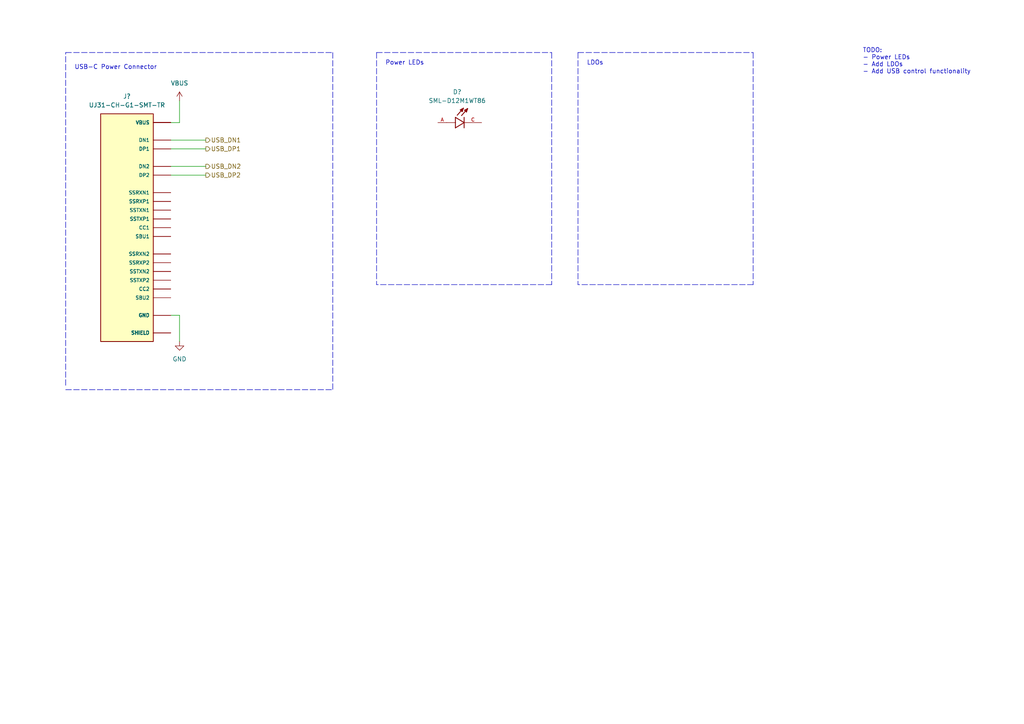
<source format=kicad_sch>
(kicad_sch (version 20211123) (generator eeschema)
  (paper "A4")
  (lib_symbols
    (symbol "SML-D12M1WT86:SML-D12M1WT86" (pin_names (offset 1.016) hide)
      (property "Reference" "D" (at -5.08 5.08 0))
      (property "Value" "SML-D12M1WT86" (at -5.08 -3.81 0))
      (symbol "SML-D12M1WT86_0_0"
        (polyline (pts (xy -2.54 -1.524) (xy 0 0)) (stroke (width 0.254)))
        (polyline (pts (xy -2.54 0) (xy -5.08 0)) (stroke (width 0.1524)))
        (polyline (pts (xy -2.54 0) (xy -2.54 -1.524)) (stroke (width 0.254)))
        (polyline (pts (xy -2.54 1.524) (xy -2.54 0)) (stroke (width 0.254)))
        (polyline (pts (xy -1.1176 3.683) (xy -0.2286 4.1656)) (stroke (width 0.254)))
        (polyline (pts (xy -0.9398 3.6068) (xy -0.7112 3.7592)) (stroke (width 0.254)))
        (polyline (pts (xy -0.5588 3.2004) (xy -1.1176 3.683)) (stroke (width 0.254)))
        (polyline (pts (xy -0.5588 3.2004) (xy -0.5334 3.937)) (stroke (width 0.254)))
        (polyline (pts (xy -0.5334 3.937) (xy -0.6604 3.937)) (stroke (width 0.254)))
        (polyline (pts (xy -0.2286 4.1656) (xy -2.0066 2.1336)) (stroke (width 0.254)))
        (polyline (pts (xy -0.2286 4.1656) (xy -0.5588 3.2004)) (stroke (width 0.254)))
        (polyline (pts (xy 0 0) (xy -2.54 1.524)) (stroke (width 0.254)))
        (polyline (pts (xy 0 1.524) (xy 0 -1.524)) (stroke (width 0.254)))
        (polyline (pts (xy 0.127 3.5814) (xy 1.016 4.064)) (stroke (width 0.254)))
        (polyline (pts (xy 0.3048 3.5052) (xy 0.5334 3.6576)) (stroke (width 0.254)))
        (polyline (pts (xy 0.6858 3.0988) (xy 0.127 3.5814)) (stroke (width 0.254)))
        (polyline (pts (xy 0.6858 3.0988) (xy 0.7112 3.8354)) (stroke (width 0.254)))
        (polyline (pts (xy 0.7112 3.8354) (xy 0.5842 3.8354)) (stroke (width 0.254)))
        (polyline (pts (xy 1.016 4.064) (xy -0.762 2.032)) (stroke (width 0.254)))
        (polyline (pts (xy 1.016 4.064) (xy 0.6858 3.0988)) (stroke (width 0.254)))
        (pin passive line (at -7.62 0 0) (length 2.54) (name "~") (number "A"))
        (pin passive line (at 5.08 0 180) (length 5.08) (name "~") (number "C"))
      )
    )
    (symbol "UJ31-CH-G1-SMT-TR:UJ31-CH-G1-SMT-TR" (pin_numbers hide) (pin_names (offset 1.016))
      (property "Reference" "J" (at -7.62 33.0708 0))
      (property "Value" "UJ31-CH-G1-SMT-TR" (at -7.62 -35.5854 0))
      (symbol "UJ31-CH-G1-SMT-TR_0_0"
        (rectangle (start -7.62 -33.02) (end 7.62 33.02) (stroke (width 0.254)) (fill (type background)))
        (pin power_in line (at 12.7 -25.4 180) (length 5.08) (name "GND") (number "A1"))
        (pin bidirectional line (at 12.7 -7.62 180) (length 5.08) (name "SSRXN2") (number "A10"))
        (pin bidirectional line (at 12.7 -10.16 180) (length 5.08) (name "SSRXP2") (number "A11"))
        (pin power_in line (at 12.7 -25.4 180) (length 5.08) (name "GND") (number "A12"))
        (pin bidirectional line (at 12.7 2.54 180) (length 5.08) (name "SSTXP1") (number "A2"))
        (pin bidirectional line (at 12.7 5.08 180) (length 5.08) (name "SSTXN1") (number "A3"))
        (pin power_in line (at 12.7 30.48 180) (length 5.08) (name "VBUS") (number "A4"))
        (pin bidirectional line (at 12.7 0 180) (length 5.08) (name "CC1") (number "A5"))
        (pin bidirectional line (at 12.7 22.86 180) (length 5.08) (name "DP1") (number "A6"))
        (pin bidirectional line (at 12.7 25.4 180) (length 5.08) (name "DN1") (number "A7"))
        (pin bidirectional line (at 12.7 -2.54 180) (length 5.08) (name "SBU1") (number "A8"))
        (pin power_in line (at 12.7 30.48 180) (length 5.08) (name "VBUS") (number "A9"))
        (pin power_in line (at 12.7 -25.4 180) (length 5.08) (name "GND") (number "B1"))
        (pin bidirectional line (at 12.7 10.16 180) (length 5.08) (name "SSRXN1") (number "B10"))
        (pin bidirectional line (at 12.7 7.62 180) (length 5.08) (name "SSRXP1") (number "B11"))
        (pin power_in line (at 12.7 -25.4 180) (length 5.08) (name "GND") (number "B12"))
        (pin bidirectional line (at 12.7 -15.24 180) (length 5.08) (name "SSTXP2") (number "B2"))
        (pin bidirectional line (at 12.7 -12.7 180) (length 5.08) (name "SSTXN2") (number "B3"))
        (pin power_in line (at 12.7 30.48 180) (length 5.08) (name "VBUS") (number "B4"))
        (pin bidirectional line (at 12.7 -17.78 180) (length 5.08) (name "CC2") (number "B5"))
        (pin bidirectional line (at 12.7 15.24 180) (length 5.08) (name "DP2") (number "B6"))
        (pin bidirectional line (at 12.7 17.78 180) (length 5.08) (name "DN2") (number "B7"))
        (pin bidirectional line (at 12.7 -20.32 180) (length 5.08) (name "SBU2") (number "B8"))
        (pin power_in line (at 12.7 30.48 180) (length 5.08) (name "VBUS") (number "B9"))
        (pin power_in line (at 12.7 -30.48 180) (length 5.08) (name "SHIELD") (number "SH1"))
        (pin power_in line (at 12.7 -30.48 180) (length 5.08) (name "SHIELD") (number "SH2"))
        (pin power_in line (at 12.7 -30.48 180) (length 5.08) (name "SHIELD") (number "SH3"))
        (pin power_in line (at 12.7 -30.48 180) (length 5.08) (name "SHIELD") (number "SH4"))
        (pin power_in line (at 12.7 -30.48 180) (length 5.08) (name "SHIELD") (number "SH5"))
        (pin power_in line (at 12.7 -30.48 180) (length 5.08) (name "SHIELD") (number "SH6"))
      )
    )
    (symbol "power:GND" (power) (pin_names (offset 0))
      (property "Value" "GND" (at 0 -3.81 0))
      (symbol "GND_0_1"
        (polyline (pts (xy 0 0) (xy 0 -1.27) (xy 1.27 -1.27) (xy 0 -2.54) (xy -1.27 -1.27) (xy 0 -1.27)))
      )
      (symbol "GND_1_1"
        (pin power_in line (at 0 0 270) (length 0) hide (name "GND") (number "1"))
      )
    )
    (symbol "power:VBUS" (power) (pin_names (offset 0))
      (property "Value" "VBUS" (at 0 3.81 0))
      (symbol "VBUS_0_1"
        (polyline (pts (xy -0.762 1.27) (xy 0 2.54)))
        (polyline (pts (xy 0 0) (xy 0 2.54)))
        (polyline (pts (xy 0 2.54) (xy 0.762 1.27)))
      )
      (symbol "VBUS_1_1"
        (pin power_in line (at 0 0 90) (length 0) hide (name "VBUS") (number "1"))
      )
    )
  )
  (wire (pts (xy 49.53 35.56) (xy 52.07 35.56)))
  (wire (pts (xy 49.53 48.26) (xy 59.69 48.26)))
  (polyline (pts (xy 19.05 111.76) (xy 19.05 15.24)))
  (polyline (pts (xy 167.64 15.24) (xy 218.44 15.24)))
  (wire (pts (xy 49.53 43.18) (xy 59.69 43.18)))
  (polyline (pts (xy 109.22 15.24) (xy 109.22 82.55)))
  (wire (pts (xy 49.53 40.64) (xy 59.69 40.64)))
  (polyline (pts (xy 218.44 82.55) (xy 167.64 82.55)))
  (polyline (pts (xy 218.44 15.24) (xy 218.44 82.55)))
  (wire (pts (xy 49.53 91.44) (xy 52.07 91.44)))
  (polyline (pts (xy 167.64 15.24) (xy 167.64 82.55)))
  (polyline (pts (xy 19.05 113.03) (xy 96.52 113.03)))
  (wire (pts (xy 52.07 91.44) (xy 52.07 99.06)))
  (wire (pts (xy 52.07 29.21) (xy 52.07 35.56)))
  (polyline (pts (xy 160.02 82.55) (xy 109.22 82.55)))
  (polyline (pts (xy 160.02 15.24) (xy 160.02 82.55)))
  (wire (pts (xy 49.53 50.8) (xy 59.69 50.8)))
  (polyline (pts (xy 96.52 15.24) (xy 96.52 113.03)))
  (polyline (pts (xy 109.22 15.24) (xy 160.02 15.24)))
  (polyline (pts (xy 19.05 15.24) (xy 96.52 15.24)))
  (text "LDOs\n" (at 170.18 19.05 0) (effects (font (size 1.27 1.27)) (justify left bottom)))
  (text "TODO: \n- Power LEDs\n- Add LDOs \n- Add USB control functionality\n" (at 250.19 21.59 0) (effects (font (size 1.27 1.27)) (justify left bottom)))
  (text "Power LEDs\n" (at 111.76 19.05 0) (effects (font (size 1.27 1.27)) (justify left bottom)))
  (text "USB-C Power Connector" (at 21.59 20.32 0) (effects (font (size 1.27 1.27)) (justify left bottom)))
  (hierarchical_label "USB_DP2" (shape output) (at 59.69 50.8 0))
  (hierarchical_label "USB_DP1" (shape output) (at 59.69 43.18 0))
  (hierarchical_label "USB_DN1" (shape output) (at 59.69 40.64 0))
  (hierarchical_label "USB_DN2" (shape output) (at 59.69 48.26 0))
  (symbol (lib_id "power:VBUS") (at 52.07 29.21 0) (unit 1)
    (property "Reference" "#PWR?" (effects hide))
    (property "Value" "VBUS" (at 52.07 24.13 0))
  )
  (symbol (lib_id "UJ31-CH-G1-SMT-TR:UJ31-CH-G1-SMT-TR") (at 36.83 66.04 0) (unit 1)
    (property "Reference" "J?" (at 36.83 27.94 0))
    (property "Value" "UJ31-CH-G1-SMT-TR" (at 36.83 30.48 0))
    (property "Footprint" "CUI_UJ31-CH-G1-SMT-TR" (effects hide))
    (property "MANUFACTURER" "CUI INC" (effects hide))
    (property "PART_REV" "1.01" (effects hide))
    (property "STANDARD" "MANUFACTURER RECOMMENDATIONS" (effects hide))
  )
  (symbol (lib_id "power:GND") (at 52.07 99.06 0) (unit 1)
    (property "Reference" "#PWR?" (effects hide))
    (property "Value" "GND" (at 52.07 104.14 0))
  )
  (symbol (lib_id "SML-D12M1WT86:SML-D12M1WT86") (at 134.62 35.56 0) (unit 1)
    (property "Reference" "D?" (at 132.6134 26.67 0))
    (property "Value" "SML-D12M1WT86" (at 132.6134 29.21 0))
    (property "Footprint" "LED_SML-D12M1WT86" (effects hide))
    (property "MAXIMUM_PACKAGE_HEIGHT" "0.65 mm" (effects hide))
    (property "PARTREV" "007" (effects hide))
    (property "MANUFACTURER" "ROHM Semiconductor" (effects hide))
    (property "STANDARD" "Manufacturer Recommendation" (effects hide))
  )
)
</source>
